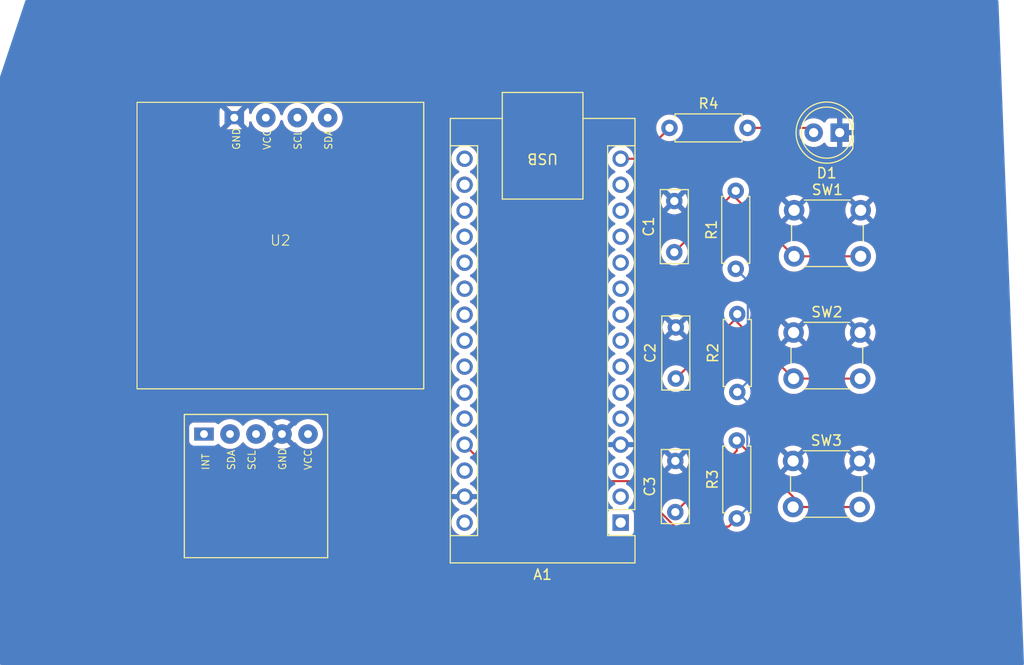
<source format=kicad_pcb>
(kicad_pcb (version 20241229) (generator "pcbnew") (generator_version "9.0")
  (layers (0 "F.Cu" signal "Front") (4 "In1.Cu" signal) (6 "In2.Cu" signal) (2 "B.Cu" signal "Back") (13 "F.Paste" user) (15 "B.Paste" user) (5 "F.SilkS" user) (7 "B.SilkS" user) (1 "F.Mask" user) (3 "B.Mask" user) (25 "Edge.Cuts" user))
  (net 0 "")
  (net 1 "GND")
  (net 7 "Net-(A1-D4)")
  (net 10 "Net-(A1-A6)")
  (net 13 "Net-(A1-D12)")
  (net 16 "Net-(A1-D3)")
  (net 20 "Net-(A1-A5)")
  (net 22 "+5V")
  (net 28 "Net-(A1-D2)")
  (net 30 "Net-(D1-A)")
  (footprint "spo2:SSD1306" (layer "F.Cu") (at 137.38 66.5)
    (property "Reference" "U2" (at 0 -0.5 0) (layer "F.SilkS") (effects (font (thickness 0.1))))
    (property "Value" "SSD1306")
    (fp_line (start -14 -14) (end 14 -14) (stroke (width 0.1)) (layer "F.SilkS"))
    (fp_line (start -14 14) (end -14 -14) (stroke (width 0.1)) (layer "F.SilkS"))
    (fp_line (start 14 -14) (end 14 14) (stroke (width 0.1)) (layer "F.SilkS"))
    (fp_line (start 14 14) (end -14 14) (stroke (width 0.1)) (layer "F.SilkS"))
    (fp_rect (start -14 -14) (end 14 14) (stroke (width 0.1)) (fill no) (layer "F.SilkS"))
    (fp_text user "VCC" (at -0.88 -9.3 90) (layer "F.SilkS") (effects (font (size 0.7 0.7) (thickness 0.1)) (justify left bottom)))
    (fp_text user "GND" (at -3.88 -9.3 90) (layer "F.SilkS") (effects (font (size 0.7 0.7) (thickness 0.1)) (justify left bottom)))
    (fp_text user "SDA" (at 5.12 -9.3 90) (layer "F.SilkS") (effects (font (size 0.7 0.7) (thickness 0.1)) (justify left bottom)))
    (fp_text user "SCL" (at 2.12 -9.3 90) (layer "F.SilkS") (effects (font (size 0.7 0.7) (thickness 0.1)) (justify left bottom)))
    (pad "1" thru_hole rect (at -4.5 -12.5) (size 1.905 1.27) (drill 0.762) (layers "*.Cu" "*.Mask") (net 1 "GND"))
    (pad "2" thru_hole circle (at -1.42 -12.5) (size 1.905 1.905) (drill 0.762) (layers "*.Cu" "*.Mask") (net 22 "+5V"))
    (pad "3" thru_hole circle (at 1.66 -12.5) (size 1.905 1.905) (drill 0.762) (layers "*.Cu" "*.Mask") (net 20 "Net-(A1-A5)"))
    (pad "4" thru_hole circle (at 4.62 -12.5) (size 1.905 1.905) (drill 0.762) (layers "*.Cu" "*.Mask") (net 10 "Net-(A1-A6)"))
  )
  (footprint "Capacitor_THT:C_Disc_D7.0mm_W2.5mm_P5.00mm" (layer "F.Cu") (at 175.95 92.55 90)
    (property "Reference" "C3" (at 2.5 -2.5 90) (layer "F.SilkS"))
    (property "Value" "100n")
    (fp_line (start 6.12 -1.37) (end 6.12 1.37) (stroke (width 0.12)) (layer "F.SilkS"))
    (fp_line (start -1.12 -1.37) (end 6.12 -1.37) (stroke (width 0.12)) (layer "F.SilkS"))
    (fp_line (start -1.12 -1.37) (end -1.12 1.37) (stroke (width 0.12)) (layer "F.SilkS"))
    (fp_line (start -1.12 1.37) (end 6.12 1.37) (stroke (width 0.12)) (layer "F.SilkS"))
    (pad "1" thru_hole circle (at 0 0 90) (size 1.6 1.6) (drill 0.8) (layers "*.Cu" "*.Mask") (net 7 "Net-(A1-D4)"))
    (pad "2" thru_hole circle (at 5 0 90) (size 1.6 1.6) (drill 0.8) (layers "*.Cu" "*.Mask") (net 1 "GND"))
  )
  (footprint "Capacitor_THT:C_Disc_D7.0mm_W2.5mm_P5.00mm" (layer "F.Cu") (at 176 79.5 90)
    (property "Reference" "C2" (at 2.5 -2.5 90) (layer "F.SilkS"))
    (property "Value" "100n")
    (fp_line (start 6.12 -1.37) (end 6.12 1.37) (stroke (width 0.12)) (layer "F.SilkS"))
    (fp_line (start -1.12 -1.37) (end 6.12 -1.37) (stroke (width 0.12)) (layer "F.SilkS"))
    (fp_line (start -1.12 -1.37) (end -1.12 1.37) (stroke (width 0.12)) (layer "F.SilkS"))
    (fp_line (start -1.12 1.37) (end 6.12 1.37) (stroke (width 0.12)) (layer "F.SilkS"))
    (pad "1" thru_hole circle (at 0 0 90) (size 1.6 1.6) (drill 0.8) (layers "*.Cu" "*.Mask") (net 16 "Net-(A1-D3)"))
    (pad "2" thru_hole circle (at 5 0 90) (size 1.6 1.6) (drill 0.8) (layers "*.Cu" "*.Mask") (net 1 "GND"))
  )
  (footprint "Resistor_THT:R_Axial_DIN0207_L6.3mm_D2.5mm_P7.62mm_Horizontal" (layer "F.Cu") (at 181.85 68.77 90)
    (property "Reference" "R1" (at 3.81 -2.37 90) (layer "F.SilkS"))
    (property "Value" "1k")
    (fp_line (start 7.08 -1.37) (end 7.08 -1.04) (stroke (width 0.12)) (layer "F.SilkS"))
    (fp_line (start 0.54 -1.37) (end 7.08 -1.37) (stroke (width 0.12)) (layer "F.SilkS"))
    (fp_line (start 0.54 -1.04) (end 0.54 -1.37) (stroke (width 0.12)) (layer "F.SilkS"))
    (fp_line (start 0.54 1.04) (end 0.54 1.37) (stroke (width 0.12)) (layer "F.SilkS"))
    (fp_line (start 7.08 1.37) (end 7.08 1.04) (stroke (width 0.12)) (layer "F.SilkS"))
    (fp_line (start 0.54 1.37) (end 7.08 1.37) (stroke (width 0.12)) (layer "F.SilkS"))
    (pad "1" thru_hole circle (at 0 0 90) (size 1.6 1.6) (drill 0.8) (layers "*.Cu" "*.Mask") (net 22 "+5V"))
    (pad "2" thru_hole circle (at 7.62 0 90) (size 1.6 1.6) (drill 0.8) (layers "*.Cu" "*.Mask") (net 28 "Net-(A1-D2)"))
  )
  (footprint "Resistor_THT:R_Axial_DIN0207_L6.3mm_D2.5mm_P7.62mm_Horizontal" (layer "F.Cu") (at 182 80.81 90)
    (property "Reference" "R2" (at 3.81 -2.37 90) (layer "F.SilkS"))
    (property "Value" "1k")
    (fp_line (start 7.08 -1.37) (end 7.08 -1.04) (stroke (width 0.12)) (layer "F.SilkS"))
    (fp_line (start 0.54 -1.37) (end 7.08 -1.37) (stroke (width 0.12)) (layer "F.SilkS"))
    (fp_line (start 0.54 -1.04) (end 0.54 -1.37) (stroke (width 0.12)) (layer "F.SilkS"))
    (fp_line (start 0.54 1.04) (end 0.54 1.37) (stroke (width 0.12)) (layer "F.SilkS"))
    (fp_line (start 7.08 1.37) (end 7.08 1.04) (stroke (width 0.12)) (layer "F.SilkS"))
    (fp_line (start 0.54 1.37) (end 7.08 1.37) (stroke (width 0.12)) (layer "F.SilkS"))
    (pad "1" thru_hole circle (at 0 0 90) (size 1.6 1.6) (drill 0.8) (layers "*.Cu" "*.Mask") (net 22 "+5V"))
    (pad "2" thru_hole circle (at 7.62 0 90) (size 1.6 1.6) (drill 0.8) (layers "*.Cu" "*.Mask") (net 16 "Net-(A1-D3)"))
  )
  (footprint "Button_Switch_THT:SW_PUSH_6mm" (layer "F.Cu") (at 187.55 63.05)
    (property "Reference" "SW1" (at 3.25 -2 0) (layer "F.SilkS"))
    (property "Value" "SW_Push")
    (fp_line (start -0.25 1.5) (end -0.25 3) (stroke (width 0.12)) (layer "F.SilkS"))
    (fp_line (start 1 5.5) (end 5.5 5.5) (stroke (width 0.12)) (layer "F.SilkS"))
    (fp_line (start 5.5 -1) (end 1 -1) (stroke (width 0.12)) (layer "F.SilkS"))
    (fp_line (start 6.75 3) (end 6.75 1.5) (stroke (width 0.12)) (layer "F.SilkS"))
    (pad "1" thru_hole circle (at 0 0 90) (size 2 2) (drill 1.1) (layers "*.Cu" "*.Mask") (net 1 "GND"))
    (pad "1" thru_hole circle (at 6.5 0 90) (size 2 2) (drill 1.1) (layers "*.Cu" "*.Mask") (net 1 "GND"))
    (pad "2" thru_hole circle (at 0 4.5 90) (size 2 2) (drill 1.1) (layers "*.Cu" "*.Mask") (net 28 "Net-(A1-D2)"))
    (pad "2" thru_hole circle (at 6.5 4.5 90) (size 2 2) (drill 1.1) (layers "*.Cu" "*.Mask") (net 28 "Net-(A1-D2)"))
  )
  (footprint "Module:Arduino_Nano" (layer "F.Cu") (at 170.61 93.575 180)
    (property "Reference" "A1" (at 7.62 -5.08 0) (layer "F.SilkS"))
    (property "Value" "Arduino_Nano_v3.x")
    (fp_line (start 16.64 39.5) (end 16.64 -3.94) (stroke (width 0.12)) (layer "F.SilkS"))
    (fp_line (start 16.64 39.5) (end 11.56 39.5) (stroke (width 0.12)) (layer "F.SilkS"))
    (fp_line (start 16.64 -3.94) (end -1.4 -3.94) (stroke (width 0.12)) (layer "F.SilkS"))
    (fp_line (start 13.97 36.83) (end 16.64 36.83) (stroke (width 0.12)) (layer "F.SilkS"))
    (fp_line (start 13.97 -1.27) (end 16.64 -1.27) (stroke (width 0.12)) (layer "F.SilkS"))
    (fp_line (start 13.97 -1.27) (end 13.97 36.83) (stroke (width 0.12)) (layer "F.SilkS"))
    (fp_line (start 11.56 42.04) (end 3.68 42.04) (stroke (width 0.12)) (layer "F.SilkS"))
    (fp_line (start 11.56 31.62) (end 11.56 42.04) (stroke (width 0.12)) (layer "F.SilkS"))
    (fp_line (start 3.68 42.04) (end 3.68 31.62) (stroke (width 0.12)) (layer "F.SilkS"))
    (fp_line (start 3.68 31.62) (end 11.56 31.62) (stroke (width 0.12)) (layer "F.SilkS"))
    (fp_line (start 1.27 36.83) (end -1.4 36.83) (stroke (width 0.12)) (layer "F.SilkS"))
    (fp_line (start 1.27 1.27) (end 1.27 36.83) (stroke (width 0.12)) (layer "F.SilkS"))
    (fp_line (start 1.27 1.27) (end 1.27 -1.27) (stroke (width 0.12)) (layer "F.SilkS"))
    (fp_line (start 1.27 1.27) (end -1.4 1.27) (stroke (width 0.12)) (layer "F.SilkS"))
    (fp_line (start 1.27 -1.27) (end -1.4 -1.27) (stroke (width 0.12)) (layer "F.SilkS"))
    (fp_line (start -1.4 39.5) (end 3.68 39.5) (stroke (width 0.12)) (layer "F.SilkS"))
    (fp_line (start -1.4 1.27) (end -1.4 39.5) (stroke (width 0.12)) (layer "F.SilkS"))
    (fp_line (start -1.4 -3.94) (end -1.4 -1.27) (stroke (width 0.12)) (layer "F.SilkS"))
    (fp_text user "USB" (at 7.62 35.56 180) (layer "F.SilkS"))
    (pad "1" thru_hole rect (at 0 0 180) (size 1.6 1.6) (drill 1) (layers "*.Cu" "*.Mask"))
    (pad "2" thru_hole oval (at 0 2.54 180) (size 1.6 1.6) (drill 1) (layers "*.Cu" "*.Mask"))
    (pad "3" thru_hole oval (at 0 5.08 180) (size 1.6 1.6) (drill 1) (layers "*.Cu" "*.Mask"))
    (pad "4" thru_hole oval (at 0 7.62 180) (size 1.6 1.6) (drill 1) (layers "*.Cu" "*.Mask") (net 1 "GND"))
    (pad "5" thru_hole oval (at 0 10.16 180) (size 1.6 1.6) (drill 1) (layers "*.Cu" "*.Mask") (net 28 "Net-(A1-D2)"))
    (pad "6" thru_hole oval (at 0 12.7 180) (size 1.6 1.6) (drill 1) (layers "*.Cu" "*.Mask") (net 16 "Net-(A1-D3)"))
    (pad "7" thru_hole oval (at 0 15.24 180) (size 1.6 1.6) (drill 1) (layers "*.Cu" "*.Mask") (net 7 "Net-(A1-D4)"))
    (pad "8" thru_hole oval (at 0 17.78 180) (size 1.6 1.6) (drill 1) (layers "*.Cu" "*.Mask"))
    (pad "9" thru_hole oval (at 0 20.32 180) (size 1.6 1.6) (drill 1) (layers "*.Cu" "*.Mask"))
    (pad "10" thru_hole oval (at 0 22.86 180) (size 1.6 1.6) (drill 1) (layers "*.Cu" "*.Mask"))
    (pad "11" thru_hole oval (at 0 25.4 180) (size 1.6 1.6) (drill 1) (layers "*.Cu" "*.Mask"))
    (pad "12" thru_hole oval (at 0 27.94 180) (size 1.6 1.6) (drill 1) (layers "*.Cu" "*.Mask"))
    (pad "13" thru_hole oval (at 0 30.48 180) (size 1.6 1.6) (drill 1) (layers "*.Cu" "*.Mask"))
    (pad "14" thru_hole oval (at 0 33.02 180) (size 1.6 1.6) (drill 1) (layers "*.Cu" "*.Mask"))
    (pad "15" thru_hole oval (at 0 35.56 180) (size 1.6 1.6) (drill 1) (layers "*.Cu" "*.Mask") (net 13 "Net-(A1-D12)"))
    (pad "16" thru_hole oval (at 15.24 35.56 180) (size 1.6 1.6) (drill 1) (layers "*.Cu" "*.Mask"))
    (pad "17" thru_hole oval (at 15.24 33.02 180) (size 1.6 1.6) (drill 1) (layers "*.Cu" "*.Mask"))
    (pad "18" thru_hole oval (at 15.24 30.48 180) (size 1.6 1.6) (drill 1) (layers "*.Cu" "*.Mask"))
    (pad "19" thru_hole oval (at 15.24 27.94 180) (size 1.6 1.6) (drill 1) (layers "*.Cu" "*.Mask"))
    (pad "20" thru_hole oval (at 15.24 25.4 180) (size 1.6 1.6) (drill 1) (layers "*.Cu" "*.Mask"))
    (pad "21" thru_hole oval (at 15.24 22.86 180) (size 1.6 1.6) (drill 1) (layers "*.Cu" "*.Mask"))
    (pad "22" thru_hole oval (at 15.24 20.32 180) (size 1.6 1.6) (drill 1) (layers "*.Cu" "*.Mask"))
    (pad "23" thru_hole oval (at 15.24 17.78 180) (size 1.6 1.6) (drill 1) (layers "*.Cu" "*.Mask"))
    (pad "24" thru_hole oval (at 15.24 15.24 180) (size 1.6 1.6) (drill 1) (layers "*.Cu" "*.Mask") (net 20 "Net-(A1-A5)"))
    (pad "25" thru_hole oval (at 15.24 12.7 180) (size 1.6 1.6) (drill 1) (layers "*.Cu" "*.Mask") (net 10 "Net-(A1-A6)"))
    (pad "26" thru_hole oval (at 15.24 10.16 180) (size 1.6 1.6) (drill 1) (layers "*.Cu" "*.Mask"))
    (pad "27" thru_hole oval (at 15.24 7.62 180) (size 1.6 1.6) (drill 1) (layers "*.Cu" "*.Mask") (net 22 "+5V"))
    (pad "28" thru_hole oval (at 15.24 5.08 180) (size 1.6 1.6) (drill 1) (layers "*.Cu" "*.Mask"))
    (pad "29" thru_hole oval (at 15.24 2.54 180) (size 1.6 1.6) (drill 1) (layers "*.Cu" "*.Mask") (net 1 "GND"))
    (pad "30" thru_hole oval (at 15.24 0 180) (size 1.6 1.6) (drill 1) (layers "*.Cu" "*.Mask"))
  )
  (footprint "Button_Switch_THT:SW_PUSH_6mm" (layer "F.Cu") (at 187.45 87.55)
    (property "Reference" "SW3" (at 3.25 -2 0) (layer "F.SilkS"))
    (property "Value" "SW_Push")
    (fp_line (start -0.25 1.5) (end -0.25 3) (stroke (width 0.12)) (layer "F.SilkS"))
    (fp_line (start 1 5.5) (end 5.5 5.5) (stroke (width 0.12)) (layer "F.SilkS"))
    (fp_line (start 5.5 -1) (end 1 -1) (stroke (width 0.12)) (layer "F.SilkS"))
    (fp_line (start 6.75 3) (end 6.75 1.5) (stroke (width 0.12)) (layer "F.SilkS"))
    (pad "1" thru_hole circle (at 0 0 90) (size 2 2) (drill 1.1) (layers "*.Cu" "*.Mask") (net 1 "GND"))
    (pad "1" thru_hole circle (at 6.5 0 90) (size 2 2) (drill 1.1) (layers "*.Cu" "*.Mask") (net 1 "GND"))
    (pad "2" thru_hole circle (at 0 4.5 90) (size 2 2) (drill 1.1) (layers "*.Cu" "*.Mask") (net 7 "Net-(A1-D4)"))
    (pad "2" thru_hole circle (at 6.5 4.5 90) (size 2 2) (drill 1.1) (layers "*.Cu" "*.Mask") (net 7 "Net-(A1-D4)"))
  )
  (footprint "Button_Switch_THT:SW_PUSH_6mm" (layer "F.Cu") (at 187.5 75)
    (property "Reference" "SW2" (at 3.25 -2 0) (layer "F.SilkS"))
    (property "Value" "SW_Push")
    (fp_line (start -0.25 1.5) (end -0.25 3) (stroke (width 0.12)) (layer "F.SilkS"))
    (fp_line (start 1 5.5) (end 5.5 5.5) (stroke (width 0.12)) (layer "F.SilkS"))
    (fp_line (start 5.5 -1) (end 1 -1) (stroke (width 0.12)) (layer "F.SilkS"))
    (fp_line (start 6.75 3) (end 6.75 1.5) (stroke (width 0.12)) (layer "F.SilkS"))
    (pad "1" thru_hole circle (at 0 0 90) (size 2 2) (drill 1.1) (layers "*.Cu" "*.Mask") (net 1 "GND"))
    (pad "1" thru_hole circle (at 6.5 0 90) (size 2 2) (drill 1.1) (layers "*.Cu" "*.Mask") (net 1 "GND"))
    (pad "2" thru_hole circle (at 0 4.5 90) (size 2 2) (drill 1.1) (layers "*.Cu" "*.Mask") (net 16 "Net-(A1-D3)"))
    (pad "2" thru_hole circle (at 6.5 4.5 90) (size 2 2) (drill 1.1) (layers "*.Cu" "*.Mask") (net 16 "Net-(A1-D3)"))
  )
  (footprint "LED_THT:LED_D5.0mm" (layer "F.Cu") (at 192 55.46 180)
    (property "Reference" "D1" (at 1.27 -3.96 0) (layer "F.SilkS"))
    (property "Value" "LED")
    (fp_line (start -1.29 -1.545) (end -1.29 1.545) (stroke (width 0.12)) (layer "F.SilkS"))
    (fp_arc (start 4.26 0) (mid 2.071779 2.880495) (end -1.29 1.54483) (stroke (width 0.12)) (layer "F.SilkS"))
    (fp_arc (start -1.29 -1.54483) (mid 2.071779 -2.880495) (end 4.26 0) (stroke (width 0.12)) (layer "F.SilkS"))
    (fp_circle (center 1.27 0) (end 3.77 0) (stroke (width 0.12)) (fill no) (layer "F.SilkS"))
    (pad "1" thru_hole rect (at 0 0 180) (size 1.8 1.8) (drill 0.9) (layers "*.Cu" "*.Mask") (net 1 "GND"))
    (pad "2" thru_hole circle (at 2.54 0 180) (size 1.8 1.8) (drill 0.9) (layers "*.Cu" "*.Mask") (net 30 "Net-(D1-A)"))
  )
  (footprint "Resistor_THT:R_Axial_DIN0207_L6.3mm_D2.5mm_P7.62mm_Horizontal" (layer "F.Cu") (at 181.95 93.17 90)
    (property "Reference" "R3" (at 3.81 -2.37 90) (layer "F.SilkS"))
    (property "Value" "1k")
    (fp_line (start 7.08 -1.37) (end 7.08 -1.04) (stroke (width 0.12)) (layer "F.SilkS"))
    (fp_line (start 0.54 -1.37) (end 7.08 -1.37) (stroke (width 0.12)) (layer "F.SilkS"))
    (fp_line (start 0.54 -1.04) (end 0.54 -1.37) (stroke (width 0.12)) (layer "F.SilkS"))
    (fp_line (start 0.54 1.04) (end 0.54 1.37) (stroke (width 0.12)) (layer "F.SilkS"))
    (fp_line (start 7.08 1.37) (end 7.08 1.04) (stroke (width 0.12)) (layer "F.SilkS"))
    (fp_line (start 0.54 1.37) (end 7.08 1.37) (stroke (width 0.12)) (layer "F.SilkS"))
    (pad "1" thru_hole circle (at 0 0 90) (size 1.6 1.6) (drill 0.8) (layers "*.Cu" "*.Mask") (net 22 "+5V"))
    (pad "2" thru_hole circle (at 7.62 0 90) (size 1.6 1.6) (drill 0.8) (layers "*.Cu" "*.Mask") (net 7 "Net-(A1-D4)"))
  )
  (footprint "spo2:MAX30102_MODULE" (layer "F.Cu") (at 135 90)
    (property "Reference" "U1" (hide yes))
    (property "Value" "MAX30102")
    (fp_line (start -7 -7) (end 7 -7) (stroke (width 0.1)) (layer "F.SilkS"))
    (fp_line (start -7 7) (end -7 -7) (stroke (width 0.1)) (layer "F.SilkS"))
    (fp_line (start 7 -7) (end 7 7) (stroke (width 0.1)) (layer "F.SilkS"))
    (fp_line (start 7 7) (end -7 7) (stroke (width 0.1)) (layer "F.SilkS"))
    (fp_rect (start -7 -7) (end 7 7) (stroke (width 0.1)) (fill no) (layer "F.SilkS"))
    (fp_text user "GND" (at 3 -1.5 90) (layer "F.SilkS") (effects (font (size 0.7 0.7) (thickness 0.1)) (justify left bottom)))
    (fp_text user "SCL" (at 0 -1.5 90) (layer "F.SilkS") (effects (font (size 0.7 0.7) (thickness 0.1)) (justify left bottom)))
    (fp_text user "SDA" (at -2 -1.5 90) (layer "F.SilkS") (effects (font (size 0.7 0.7) (thickness 0.1)) (justify left bottom)))
    (fp_text user "INT" (at -4.5 -1.5 90) (layer "F.SilkS") (effects (font (size 0.7 0.7) (thickness 0.1)) (justify left bottom)))
    (fp_text user "VCC" (at 5.5 -1.5 90) (layer "F.SilkS") (effects (font (size 0.7 0.7) (thickness 0.1)) (justify left bottom)))
    (pad "1" thru_hole rect (at -5.08 -5.08) (size 1.905 1.27) (drill 0.762) (layers "*.Cu" "*.Mask"))
    (pad "2" thru_hole circle (at -2.54 -5.08) (size 1.905 1.905) (drill 0.762) (layers "*.Cu" "*.Mask") (net 10 "Net-(A1-A6)"))
    (pad "3" thru_hole circle (at 0 -5.08) (size 1.905 1.905) (drill 0.762) (layers "*.Cu" "*.Mask") (net 20 "Net-(A1-A5)"))
    (pad "4" thru_hole circle (at 2.54 -5.08) (size 1.905 1.905) (drill 0.762) (layers "*.Cu" "*.Mask") (net 1 "GND"))
    (pad "5" thru_hole circle (at 5.08 -5.08) (size 1.905 1.905) (drill 0.762) (layers "*.Cu" "*.Mask" "B.Paste") (net 22 "+5V"))
  )
  (footprint "Resistor_THT:R_Axial_DIN0207_L6.3mm_D2.5mm_P7.62mm_Horizontal" (layer "F.Cu") (at 175.38 55)
    (property "Reference" "R4" (at 3.81 -2.37 0) (layer "F.SilkS"))
    (property "Value" "1k")
    (fp_line (start 0.54 -1.37) (end 7.08 -1.37) (stroke (width 0.12)) (layer "F.SilkS"))
    (fp_line (start 0.54 -1.04) (end 0.54 -1.37) (stroke (width 0.12)) (layer "F.SilkS"))
    (fp_line (start 0.54 1.04) (end 0.54 1.37) (stroke (width 0.12)) (layer "F.SilkS"))
    (fp_line (start 0.54 1.37) (end 7.08 1.37) (stroke (width 0.12)) (layer "F.SilkS"))
    (fp_line (start 7.08 -1.37) (end 7.08 -1.04) (stroke (width 0.12)) (layer "F.SilkS"))
    (fp_line (start 7.08 1.37) (end 7.08 1.04) (stroke (width 0.12)) (layer "F.SilkS"))
    (pad "1" thru_hole circle (at 0 0) (size 1.6 1.6) (drill 0.8) (layers "*.Cu" "*.Mask") (net 13 "Net-(A1-D12)"))
    (pad "2" thru_hole circle (at 7.62 0) (size 1.6 1.6) (drill 0.8) (layers "*.Cu" "*.Mask") (net 30 "Net-(D1-A)"))
  )
  (footprint "Capacitor_THT:C_Disc_D7.0mm_W2.5mm_P5.00mm" (layer "F.Cu") (at 175.85 67.15 90)
    (property "Reference" "C1" (at 2.5 -2.5 90) (layer "F.SilkS"))
    (property "Value" "100n")
    (fp_line (start 6.12 -1.37) (end 6.12 1.37) (stroke (width 0.12)) (layer "F.SilkS"))
    (fp_line (start -1.12 -1.37) (end 6.12 -1.37) (stroke (width 0.12)) (layer "F.SilkS"))
    (fp_line (start -1.12 -1.37) (end -1.12 1.37) (stroke (width 0.12)) (layer "F.SilkS"))
    (fp_line (start -1.12 1.37) (end 6.12 1.37) (stroke (width 0.12)) (layer "F.SilkS"))
    (pad "1" thru_hole circle (at 0 0 90) (size 1.6 1.6) (drill 0.8) (layers "*.Cu" "*.Mask") (net 28 "Net-(A1-D2)"))
    (pad "2" thru_hole circle (at 5 0 90) (size 1.6 1.6) (drill 0.8) (layers "*.Cu" "*.Mask") (net 1 "GND"))
  )
  (gr_line (start 197.5 102.5) (end 120 102.5) (stroke (width 0.254)) (layer "F.Cu"))
  (gr_line (start 197.5 47.5) (end 197.5 102.5) (stroke (width 0.254)) (layer "F.Cu"))
  (gr_line (start 120 102.5) (end 120 47.5) (stroke (width 0.254)) (layer "F.Cu"))
  (gr_line (start 120 47.5) (end 197.5 47.5) (stroke (width 0.254)) (layer "F.Cu"))
  (segment (start 187.45 92.05) (end 193.95 92.05) (width 0.2) (layer "F.Cu") (net 7))
  (segment (start 175.95 92.55) (end 181.95 86.55) (width 0.2) (layer "F.Cu") (net 7))
  (segment (start 187.45 91.05) (end 187.45 92.05) (width 0.2) (layer "F.Cu") (net 7))
  (segment (start 181.95 86.55) (end 181.95 85.55) (width 0.2) (layer "F.Cu") (net 7))
  (segment (start 181.95 85.55) (end 187.45 91.05) (width 0.2) (layer "F.Cu") (net 7))
  (segment (start 170.61 58.015) (end 172.365 58.015) (width 0.2) (layer "F.Cu") (net 13))
  (segment (start 172.365 58.015) (end 175.38 55) (width 0.2) (layer "F.Cu") (net 13))
  (segment (start 182 73.5) (end 182 73.19) (width 0.2) (layer "F.Cu") (net 16))
  (segment (start 176 79.5) (end 182 73.5) (width 0.2) (layer "F.Cu") (net 16))
  (segment (start 187.5 79.5) (end 194 79.5) (width 0.2) (layer "F.Cu") (net 16))
  (segment (start 182 73.19) (end 182 74) (width 0.2) (layer "F.Cu") (net 16))
  (segment (start 182 74) (end 187.5 79.5) (width 0.2) (layer "F.Cu") (net 16))
  (segment (start 171.469188 89.523) (end 158.938 89.523) (width 0.2) (layer "F.Cu") (net 22))
  (segment (start 181.95 93.17) (end 181.150001 93.969999) (width 0.2) (layer "F.Cu") (net 22))
  (segment (start 175.916187 93.969999) (end 171.469188 89.523) (width 0.2) (layer "F.Cu") (net 22))
  (segment (start 181.150001 93.969999) (end 175.916187 93.969999) (width 0.2) (layer "F.Cu") (net 22))
  (segment (start 158.938 89.523) (end 155.37 85.955) (width 0.2) (layer "F.Cu") (net 22))
  (segment (start 182.978 81.788) (end 182 80.81) (width 0.2) (layer "B.Cu") (net 22))
  (segment (start 181.95 93.17) (end 182.978 92.142) (width 0.2) (layer "B.Cu") (net 22))
  (segment (start 183.028 69.948) (end 181.85 68.77) (width 0.2) (layer "B.Cu") (net 22))
  (segment (start 183.028 79.782) (end 183.028 69.948) (width 0.2) (layer "B.Cu") (net 22))
  (segment (start 182 80.81) (end 183.028 79.782) (width 0.2) (layer "B.Cu") (net 22))
  (segment (start 182.978 92.142) (end 182.978 81.788) (width 0.2) (layer "B.Cu") (net 22))
  (segment (start 187.55 67.55) (end 194.05 67.55) (width 0.2) (layer "F.Cu") (net 28))
  (segment (start 175.85 67.15) (end 181.85 61.15) (width 0.2) (layer "F.Cu") (net 28))
  (segment (start 181.85 61.15) (end 181.85 61.85) (width 0.2) (layer "F.Cu") (net 28))
  (segment (start 181.85 61.85) (end 187.55 67.55) (width 0.2) (layer "F.Cu") (net 28))
  (segment (start 183 55) (end 189 55) (width 0.2) (layer "F.Cu") (net 30))
  (segment (start 189 55) (end 189.46 55.46) (width 0.2) (layer "F.Cu") (net 30))
  (zone (net 1) (net_name "GND") (layers "F.Cu" "B.Cu") (connect_pads (clearance 0.5)) (min_thickness 0.25) (fill yes (thermal_gap 0.5) (thermal_bridge_width 0.5))
    (polygon (pts (xy 110 50) (xy 110 107.5) (xy 210 107.5) (xy 207.5 42.5) (xy 112.5 42.5)))
  )
)
</source>
